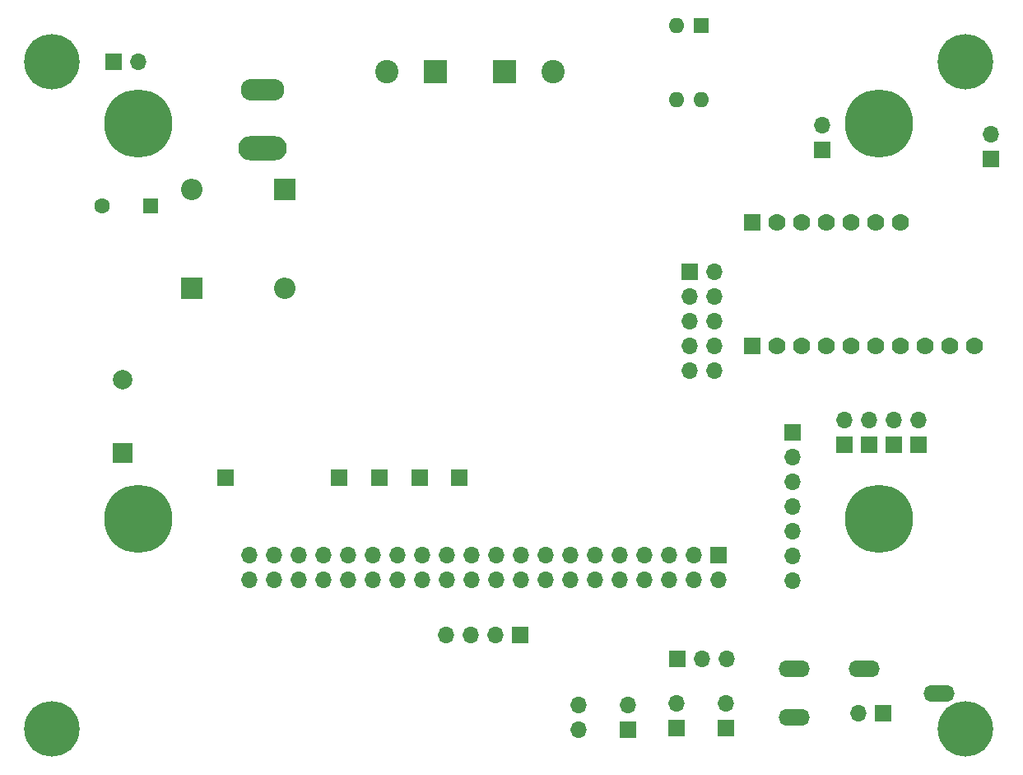
<source format=gbr>
%TF.GenerationSoftware,KiCad,Pcbnew,7.0.2*%
%TF.CreationDate,2024-04-06T10:45:21-07:00*%
%TF.ProjectId,MK-KS-MkIII,4d4b2d4b-532d-44d6-9b49-49492e6b6963,1.0*%
%TF.SameCoordinates,PX3a67068PY9f701d0*%
%TF.FileFunction,Soldermask,Bot*%
%TF.FilePolarity,Negative*%
%FSLAX46Y46*%
G04 Gerber Fmt 4.6, Leading zero omitted, Abs format (unit mm)*
G04 Created by KiCad (PCBNEW 7.0.2) date 2024-04-06 10:45:21*
%MOMM*%
%LPD*%
G01*
G04 APERTURE LIST*
%ADD10R,1.700000X1.700000*%
%ADD11O,1.700000X1.700000*%
%ADD12R,2.200000X2.200000*%
%ADD13O,2.200000X2.200000*%
%ADD14R,1.778000X1.778000*%
%ADD15C,1.778000*%
%ADD16R,1.600000X1.600000*%
%ADD17O,1.600000X1.600000*%
%ADD18O,3.220000X1.712000*%
%ADD19C,1.600000*%
%ADD20R,2.000000X2.000000*%
%ADD21C,2.000000*%
%ADD22C,3.600000*%
%ADD23C,5.700000*%
%ADD24R,2.400000X2.400000*%
%ADD25C,2.400000*%
%ADD26C,4.700000*%
%ADD27C,7.000000*%
%ADD28O,5.000000X2.500000*%
%ADD29O,4.500000X2.250000*%
G04 APERTURE END LIST*
D10*
%TO.C,JP9*%
X6311000Y68576000D03*
D11*
X8851000Y68576000D03*
%TD*%
D10*
%TO.C,OP1*%
X64288600Y7199800D03*
D11*
X66828600Y7199800D03*
X69368600Y7199800D03*
%TD*%
D12*
%TO.C,D2*%
X23955600Y55486800D03*
D13*
X23955600Y45326800D03*
%TD*%
D12*
%TO.C,D1*%
X14405600Y45276800D03*
D13*
X14405600Y55436800D03*
%TD*%
D14*
%TO.C,U1*%
X72004600Y52028800D03*
X72050600Y39328800D03*
D15*
X74544600Y52028800D03*
X74590600Y39328800D03*
X77084600Y52028800D03*
X77130600Y39328800D03*
X79624600Y52028800D03*
X79670600Y39328800D03*
X82164600Y52028800D03*
X82210600Y39328800D03*
X84704600Y52028800D03*
X84750600Y39328800D03*
X87244600Y52028800D03*
X87290600Y39328800D03*
X94910600Y39328800D03*
X92370600Y39328800D03*
X89830600Y39328800D03*
%TD*%
D16*
%TO.C,SW4*%
X66748600Y72266800D03*
D17*
X64208600Y72266800D03*
X64208600Y64646800D03*
X66748600Y64646800D03*
%TD*%
D10*
%TO.C,JP8*%
X79261600Y59553800D03*
D11*
X79261600Y62093800D03*
%TD*%
%TO.C,JP7*%
X89151600Y31711800D03*
D10*
X89151600Y29171800D03*
%TD*%
D11*
%TO.C,JP6*%
X86611600Y31711800D03*
D10*
X86611600Y29171800D03*
%TD*%
%TO.C,J6*%
X48130600Y9626800D03*
D11*
X45590600Y9626800D03*
X43050600Y9626800D03*
X40510600Y9626800D03*
%TD*%
D10*
%TO.C,J5*%
X68561600Y17874800D03*
D11*
X68561600Y15334800D03*
X66021600Y17874800D03*
X66021600Y15334800D03*
X63481600Y17874800D03*
X63481600Y15334800D03*
X60941600Y17874800D03*
X60941600Y15334800D03*
X58401600Y17874800D03*
X58401600Y15334800D03*
X55861600Y17874800D03*
X55861600Y15334800D03*
X53321600Y17874800D03*
X53321600Y15334800D03*
X50781600Y17874800D03*
X50781600Y15334800D03*
X48241600Y17874800D03*
X48241600Y15334800D03*
X45701600Y17874800D03*
X45701600Y15334800D03*
X43161600Y17874800D03*
X43161600Y15334800D03*
X40621600Y17874800D03*
X40621600Y15334800D03*
X38081600Y17874800D03*
X38081600Y15334800D03*
X35541600Y17874800D03*
X35541600Y15334800D03*
X33001600Y17874800D03*
X33001600Y15334800D03*
X30461600Y17874800D03*
X30461600Y15334800D03*
X27921600Y17874800D03*
X27921600Y15334800D03*
X25381600Y17874800D03*
X25381600Y15334800D03*
X22841600Y17874800D03*
X22841600Y15334800D03*
X20301600Y17874800D03*
X20301600Y15334800D03*
%TD*%
D10*
%TO.C,J4*%
X65555600Y46990000D03*
D11*
X65555600Y44450000D03*
X65555600Y41910000D03*
X65555600Y39370000D03*
X65555600Y36830000D03*
X68095600Y46990000D03*
X68095600Y44450000D03*
X68095600Y41910000D03*
X68095600Y39370000D03*
X68095600Y36830000D03*
%TD*%
D18*
%TO.C,J3*%
X91240600Y3665800D03*
X76340600Y6165800D03*
X76340600Y1165800D03*
X83540600Y6165800D03*
%TD*%
D10*
%TO.C,J1*%
X76174600Y30486800D03*
D11*
X76174600Y27946800D03*
X76174600Y25406800D03*
X76174600Y22866800D03*
X76174600Y20326800D03*
X76174600Y17786800D03*
X76174600Y15246800D03*
%TD*%
D16*
%TO.C,C1*%
X10155251Y53717800D03*
D19*
X5155251Y53717800D03*
%TD*%
D20*
%TO.C,BZ1*%
X7272600Y28313800D03*
D21*
X7272600Y35913800D03*
%TD*%
D10*
%TO.C,TP5*%
X33649200Y25830800D03*
%TD*%
D22*
%TO.C,M_KSI4*%
X0Y0D03*
D23*
X0Y0D03*
%TD*%
D10*
%TO.C,JP3*%
X64280600Y112800D03*
D11*
X64280600Y2652800D03*
%TD*%
D24*
%TO.C,ST1*%
X39470000Y67555000D03*
D25*
X34470000Y67555000D03*
%TD*%
D10*
%TO.C,TP1*%
X41923600Y25830800D03*
%TD*%
%TO.C,OPa1*%
X96577600Y58585800D03*
D11*
X96577600Y61125800D03*
%TD*%
D10*
%TO.C,TP2*%
X17811200Y25830800D03*
%TD*%
D22*
%TO.C,M_KSI1*%
X0Y68580000D03*
D23*
X0Y68580000D03*
%TD*%
D10*
%TO.C,TP4*%
X29548600Y25830800D03*
%TD*%
D26*
%TO.C,SHLD-1*%
X8890000Y62230000D03*
D27*
X8890000Y62230000D03*
%TD*%
D26*
%TO.C,SHLD-2*%
X85090000Y62230000D03*
D27*
X85090000Y62230000D03*
%TD*%
D11*
%TO.C,SW1*%
X59222600Y2413800D03*
D10*
X59222600Y-126200D03*
D11*
X54142600Y2413800D03*
X54142600Y-126200D03*
%TD*%
D10*
%TO.C,JP2*%
X69350600Y112800D03*
D11*
X69350600Y2652800D03*
%TD*%
D10*
%TO.C,JP1*%
X85488600Y1620800D03*
D11*
X82948600Y1620800D03*
%TD*%
D28*
%TO.C,J2*%
X21640800Y59693700D03*
D29*
X21640800Y65693700D03*
%TD*%
D22*
%TO.C,M_KSI2*%
X93980000Y68580000D03*
D23*
X93980000Y68580000D03*
%TD*%
D24*
%TO.C,ST2*%
X46535000Y67555000D03*
D25*
X51535000Y67555000D03*
%TD*%
D26*
%TO.C,SHLD-4*%
X8890000Y21590000D03*
D27*
X8890000Y21590000D03*
%TD*%
D10*
%TO.C,TP3*%
X37855600Y25830800D03*
%TD*%
D22*
%TO.C,M_KSI3*%
X93980000Y0D03*
D23*
X93980000Y0D03*
%TD*%
D11*
%TO.C,JP5*%
X84071600Y31711800D03*
D10*
X84071600Y29171800D03*
%TD*%
D11*
%TO.C,JP4*%
X81531600Y31711800D03*
D10*
X81531600Y29171800D03*
%TD*%
D26*
%TO.C,SHLD-3*%
X85090000Y21590000D03*
D27*
X85090000Y21590000D03*
%TD*%
M02*

</source>
